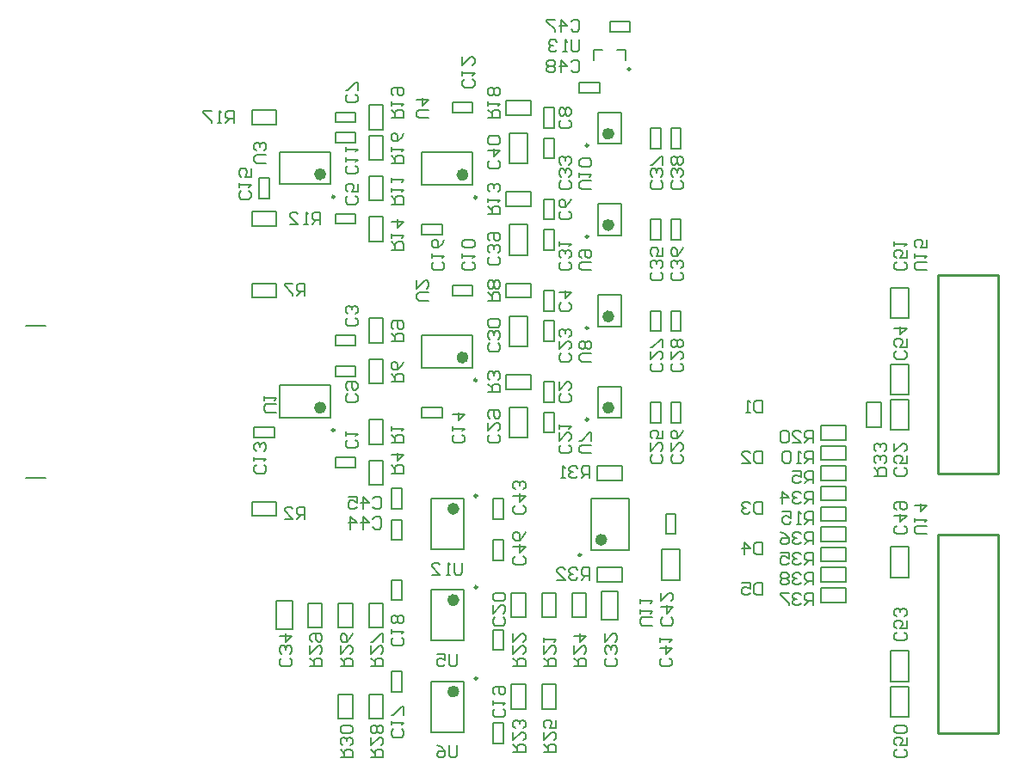
<source format=gbo>
G04*
G04 #@! TF.GenerationSoftware,Altium Limited,Altium Designer,19.0.10 (269)*
G04*
G04 Layer_Color=32896*
%FSLAX25Y25*%
%MOIN*%
G70*
G01*
G75*
%ADD11C,0.00787*%
%ADD13C,0.01000*%
%ADD54C,0.00984*%
%ADD56C,0.02362*%
D11*
X325984Y172047D02*
X335433D01*
X325984Y166535D02*
Y172047D01*
Y166535D02*
X335433D01*
Y172047D01*
X325984Y187795D02*
X335433D01*
X325984Y182283D02*
Y187795D01*
Y182283D02*
X335433D01*
Y187795D01*
X325984Y179921D02*
X335433D01*
X325984Y174409D02*
Y179921D01*
Y174409D02*
X335433D01*
Y179921D01*
X325984Y164173D02*
X335433D01*
X325984Y158661D02*
Y164173D01*
Y158661D02*
X335433D01*
Y164173D01*
X325984Y156299D02*
X335433D01*
X325984Y150787D02*
Y156299D01*
Y150787D02*
X335433D01*
Y156299D01*
X325984Y148425D02*
X335433D01*
X325984Y142913D02*
Y148425D01*
Y142913D02*
X335433D01*
Y148425D01*
X325984Y140551D02*
X335433D01*
X325984Y135039D02*
Y140551D01*
Y135039D02*
X335433D01*
Y140551D01*
X325984Y132677D02*
X335433D01*
X325984Y127165D02*
Y132677D01*
Y127165D02*
X335433D01*
Y132677D01*
X325984Y124803D02*
X335433D01*
X325984Y119291D02*
Y124803D01*
Y119291D02*
X335433D01*
Y124803D01*
X240945Y123622D02*
X247244D01*
Y112598D02*
Y123622D01*
X240945Y112598D02*
X247244D01*
X240945D02*
Y123622D01*
X114961Y119685D02*
X121260D01*
Y108661D02*
Y119685D01*
X114961Y108661D02*
X121260D01*
X114961D02*
Y119685D01*
X137795Y265984D02*
Y269921D01*
X145669D01*
Y265984D02*
Y269921D01*
X137795Y265984D02*
X145669D01*
X150787Y259291D02*
X156299D01*
X150787D02*
Y268740D01*
X156299D01*
Y259291D02*
Y268740D01*
X137795Y218740D02*
Y222677D01*
X145669D01*
Y218740D02*
Y222677D01*
X137795Y218740D02*
X145669D01*
X150787Y219921D02*
Y229370D01*
Y219921D02*
X156299D01*
Y229370D01*
X150787D02*
X156299D01*
X17717Y226378D02*
X25591D01*
X17717Y167323D02*
X25591D01*
X239567Y309252D02*
X248622D01*
X239567Y297047D02*
X248622D01*
Y309252D01*
X239567Y297047D02*
Y309252D01*
Y273819D02*
X248622D01*
X239567Y261614D02*
X248622D01*
Y273819D01*
X239567Y261614D02*
Y273819D01*
X239567Y238386D02*
X248622D01*
X239567Y226181D02*
X248622D01*
Y238386D01*
X239567Y226181D02*
Y238386D01*
Y202953D02*
X248622D01*
X239567Y190748D02*
X248622D01*
Y202953D01*
X239567Y190748D02*
Y202953D01*
X236811Y139567D02*
Y159646D01*
X251378Y139567D02*
Y159646D01*
X236811Y139567D02*
X251378D01*
X236811Y159646D02*
X251378D01*
X171260Y210236D02*
Y222835D01*
X190945Y210236D02*
Y222835D01*
X171260D02*
X190945D01*
X171260Y210236D02*
X190945D01*
X116142Y190787D02*
Y203386D01*
X135827Y190787D02*
Y203386D01*
X116142D02*
X135827D01*
X116142Y190787D02*
X135827D01*
X174803Y139764D02*
X187401D01*
X174803Y159449D02*
X187401D01*
X174803Y139764D02*
Y159449D01*
X187401Y139764D02*
Y159449D01*
X171260Y281102D02*
Y293701D01*
X190945Y281102D02*
Y293701D01*
X171260D02*
X190945D01*
X171260Y281102D02*
X190945D01*
X116142Y281339D02*
Y293937D01*
X135827Y281339D02*
Y293937D01*
X116142D02*
X135827D01*
X116142Y281339D02*
X135827D01*
X174803Y68898D02*
X187402D01*
X174803Y88583D02*
X187402D01*
X174803Y68898D02*
Y88583D01*
X187402Y68898D02*
Y88583D01*
X174803Y104331D02*
X187402D01*
X174803Y124016D02*
X187402D01*
X174803Y104331D02*
Y124016D01*
X187402Y104331D02*
Y124016D01*
X250197Y329528D02*
Y333465D01*
X246949D02*
X250197D01*
X237992Y329528D02*
Y333465D01*
X241240D01*
X150787Y164803D02*
X156299D01*
X150787D02*
Y174252D01*
X156299D01*
Y164803D02*
Y174252D01*
X343701Y187205D02*
X349213D01*
X343701D02*
Y196653D01*
X349213D01*
Y187205D02*
Y196653D01*
X359842Y229331D02*
Y241142D01*
X352756Y229331D02*
Y241142D01*
Y229331D02*
X359842D01*
X352756Y241142D02*
X359842D01*
X352756Y186024D02*
Y197835D01*
X359842Y186024D02*
Y197835D01*
X352756D02*
X359842D01*
X352756Y186024D02*
X359842D01*
X359842Y199803D02*
Y211614D01*
X352756Y199803D02*
Y211614D01*
Y199803D02*
X359842D01*
X352756Y211614D02*
X359842D01*
X150787Y300236D02*
X156299D01*
Y290787D02*
Y300236D01*
X150787Y290787D02*
X156299D01*
X150787D02*
Y300236D01*
X150787Y180551D02*
X156299D01*
X150787D02*
Y190000D01*
X156299D01*
Y180551D02*
Y190000D01*
X244094Y340551D02*
X251969D01*
Y344488D01*
X244094D02*
X251969D01*
X244094Y340551D02*
Y344488D01*
X359842Y88583D02*
Y100394D01*
X352756Y88583D02*
Y100394D01*
Y88583D02*
X359842D01*
X352756Y100394D02*
X359842D01*
X359842Y128937D02*
Y140748D01*
X352756Y128937D02*
Y140748D01*
Y128937D02*
X359842D01*
X352756Y140748D02*
X359842D01*
X352756Y74803D02*
Y86614D01*
X359842Y74803D02*
Y86614D01*
X352756D02*
X359842D01*
X352756Y74803D02*
X359842D01*
X150787Y204173D02*
Y213622D01*
Y204173D02*
X156299D01*
Y213622D01*
X150787D02*
X156299D01*
X271260Y127953D02*
Y139764D01*
X264173Y127953D02*
Y139764D01*
Y127953D02*
X271260D01*
X264173Y139764D02*
X271260D01*
X156299Y275039D02*
Y284488D01*
X150787D02*
X156299D01*
X150787Y275039D02*
Y284488D01*
Y275039D02*
X156299D01*
X106299Y187244D02*
X114173D01*
X106299Y183307D02*
Y187244D01*
Y183307D02*
X114173D01*
Y187244D01*
X150787Y302598D02*
Y312047D01*
Y302598D02*
X156299D01*
Y312047D01*
X150787D02*
X156299D01*
X137795Y171496D02*
X145669D01*
Y175433D01*
X137795D02*
X145669D01*
X137795Y171496D02*
Y175433D01*
Y305354D02*
X145669D01*
Y309291D01*
X137795D02*
X145669D01*
X137795Y305354D02*
Y309291D01*
X112205Y275827D02*
Y283701D01*
X108268D02*
X112205D01*
X108268Y275827D02*
Y283701D01*
Y275827D02*
X112205D01*
X105512Y158268D02*
X114961D01*
X105512Y152756D02*
Y158268D01*
Y152756D02*
X114961D01*
Y158268D01*
X105512Y242913D02*
X114961D01*
X105512Y237402D02*
Y242913D01*
Y237402D02*
X114961D01*
Y242913D01*
X105512Y270709D02*
X114961D01*
X105512Y265197D02*
Y270709D01*
Y265197D02*
X114961D01*
Y270709D01*
X105512Y310079D02*
X114961D01*
X105512Y304567D02*
Y310079D01*
Y304567D02*
X114961D01*
Y310079D01*
X137795Y206929D02*
X145669D01*
Y210866D01*
X137795D02*
X145669D01*
X137795Y206929D02*
Y210866D01*
Y297480D02*
X145669D01*
Y301417D01*
X137795D02*
X145669D01*
X137795Y297480D02*
Y301417D01*
X163386Y84646D02*
Y92520D01*
X159449D02*
X163386D01*
X159449Y84646D02*
Y92520D01*
Y84646D02*
X163386D01*
X218504Y185039D02*
Y192913D01*
Y185039D02*
X222441D01*
Y192913D01*
X218504D02*
X222441D01*
X218504Y267717D02*
Y275591D01*
Y267717D02*
X222441D01*
Y275591D01*
X218504D02*
X222441D01*
X202756Y151575D02*
Y159449D01*
X198819D02*
X202756D01*
X198819Y151575D02*
Y159449D01*
Y151575D02*
X202756D01*
X127165Y109449D02*
Y118898D01*
Y109449D02*
X132677D01*
Y118898D01*
X127165D02*
X132677D01*
X144488Y109449D02*
Y118898D01*
X138976D02*
X144488D01*
X138976Y109449D02*
Y118898D01*
Y109449D02*
X144488D01*
X138976Y74016D02*
Y83465D01*
Y74016D02*
X144488D01*
Y83465D01*
X138976D02*
X144488D01*
X212205Y183071D02*
Y194882D01*
X205118Y183071D02*
Y194882D01*
Y183071D02*
X212205D01*
X205118Y194882D02*
X212205D01*
X212205Y218504D02*
Y230315D01*
X205118Y218504D02*
Y230315D01*
Y218504D02*
X212205D01*
X205118Y230315D02*
X212205D01*
Y253937D02*
Y265748D01*
X205118Y253937D02*
Y265748D01*
Y253937D02*
X212205D01*
X205118Y265748D02*
X212205D01*
Y289370D02*
Y301181D01*
X205118Y289370D02*
Y301181D01*
Y289370D02*
X212205D01*
X205118Y301181D02*
X212205D01*
X239370Y166535D02*
X248819D01*
Y172047D01*
X239370D02*
X248819D01*
X239370Y166535D02*
Y172047D01*
X163386Y155512D02*
Y163386D01*
X159449D02*
X163386D01*
X159449Y155512D02*
Y163386D01*
Y155512D02*
X163386D01*
X156299Y109449D02*
Y118898D01*
X150787D02*
X156299D01*
X150787Y109449D02*
Y118898D01*
Y109449D02*
X156299D01*
X163386Y120079D02*
Y127953D01*
X159449D02*
X163386D01*
X159449Y120079D02*
Y127953D01*
Y120079D02*
X163386D01*
X156299Y74016D02*
Y83465D01*
X150787D02*
X156299D01*
X150787Y74016D02*
Y83465D01*
Y74016D02*
X156299D01*
X203937Y201969D02*
X213386D01*
Y207480D01*
X203937D02*
X213386D01*
X203937Y201969D02*
Y207480D01*
X218504Y196850D02*
Y204724D01*
Y196850D02*
X222441D01*
Y204724D01*
X218504D02*
X222441D01*
X218504Y232283D02*
Y240158D01*
Y232283D02*
X222441D01*
Y240158D01*
X218504D02*
X222441D01*
X203937Y237402D02*
X213386D01*
Y242913D01*
X203937D02*
X213386D01*
X203937Y237402D02*
Y242913D01*
X218504Y255906D02*
Y263779D01*
Y255906D02*
X222441D01*
Y263779D01*
X218504D02*
X222441D01*
X218504Y303150D02*
Y311024D01*
Y303150D02*
X222441D01*
Y311024D01*
X218504D02*
X222441D01*
X218504Y220472D02*
Y228346D01*
Y220472D02*
X222441D01*
Y228346D01*
X218504D02*
X222441D01*
X203937Y272835D02*
X213386D01*
Y278346D01*
X203937D02*
X213386D01*
X203937Y272835D02*
Y278346D01*
X218504Y291339D02*
Y299213D01*
Y291339D02*
X222441D01*
Y299213D01*
X218504D02*
X222441D01*
X183071Y242126D02*
X190945D01*
X183071Y238189D02*
Y242126D01*
Y238189D02*
X190945D01*
Y242126D01*
X163386Y143347D02*
Y151221D01*
X159449D02*
X163386D01*
X159449Y143347D02*
Y151221D01*
Y143347D02*
X163386D01*
X211417Y113386D02*
Y122835D01*
X205906D02*
X211417D01*
X205906Y113386D02*
Y122835D01*
Y113386D02*
X211417D01*
Y77953D02*
Y87402D01*
X205906D02*
X211417D01*
X205906Y77953D02*
Y87402D01*
Y77953D02*
X211417D01*
X223228Y113386D02*
Y122835D01*
X217717D02*
X223228D01*
X217717Y113386D02*
Y122835D01*
Y113386D02*
X223228D01*
X217717Y77953D02*
Y87402D01*
Y77953D02*
X223228D01*
Y87402D01*
X217717D02*
X223228D01*
X171260Y261811D02*
X179134D01*
Y265748D01*
X171260D02*
X179134D01*
X171260Y261811D02*
Y265748D01*
X229528Y113386D02*
Y122835D01*
Y113386D02*
X235039D01*
Y122835D01*
X229528D02*
X235039D01*
X267717Y188976D02*
Y196850D01*
Y188976D02*
X271654D01*
Y196850D01*
X267717D02*
X271654D01*
X267717Y224410D02*
Y232283D01*
Y224410D02*
X271654D01*
Y232283D01*
X267717D02*
X271654D01*
X267717Y259842D02*
Y267717D01*
Y259842D02*
X271654D01*
Y267717D01*
X267717D02*
X271654D01*
X267717Y295276D02*
Y303150D01*
Y295276D02*
X271654D01*
Y303150D01*
X267717D02*
X271654D01*
X259842Y188976D02*
Y196850D01*
Y188976D02*
X263779D01*
Y196850D01*
X259842D02*
X263779D01*
X259842Y224410D02*
Y232283D01*
Y224410D02*
X263779D01*
Y232283D01*
X259842D02*
X263779D01*
X259842Y259842D02*
Y267717D01*
Y259842D02*
X263779D01*
Y267717D01*
X259842D02*
X263779D01*
X259842Y295276D02*
Y303150D01*
Y295276D02*
X263779D01*
Y303150D01*
X259842D02*
X263779D01*
X232283Y320866D02*
X240158D01*
X232283Y316929D02*
Y320866D01*
Y316929D02*
X240158D01*
Y320866D01*
X239370Y127165D02*
X248819D01*
Y132677D01*
X239370D02*
X248819D01*
X239370Y127165D02*
Y132677D01*
X269685Y145669D02*
Y153543D01*
X265748D02*
X269685D01*
X265748Y145669D02*
Y153543D01*
Y145669D02*
X269685D01*
X203937Y308268D02*
X213386D01*
Y313779D01*
X203937D02*
X213386D01*
X203937Y308268D02*
Y313779D01*
X183071Y312992D02*
X190945D01*
X183071Y309055D02*
Y312992D01*
Y309055D02*
X190945D01*
Y312992D01*
X198819Y135472D02*
Y143347D01*
Y135472D02*
X202756D01*
Y143347D01*
X198819D02*
X202756D01*
X198819Y100748D02*
Y108622D01*
Y100748D02*
X202756D01*
Y108622D01*
X198819D02*
X202756D01*
X198819Y64606D02*
Y72480D01*
Y64606D02*
X202756D01*
Y72480D01*
X198819D02*
X202756D01*
X171260Y190945D02*
X179134D01*
Y194882D01*
X171260D02*
X179134D01*
X171260Y190945D02*
Y194882D01*
X322835Y125984D02*
Y130707D01*
X320473D01*
X319686Y129920D01*
Y128346D01*
X320473Y127559D01*
X322835D01*
X321260D02*
X319686Y125984D01*
X318112Y129920D02*
X317325Y130707D01*
X315750D01*
X314963Y129920D01*
Y129133D01*
X315750Y128346D01*
X316537D01*
X315750D01*
X314963Y127559D01*
Y126771D01*
X315750Y125984D01*
X317325D01*
X318112Y126771D01*
X313389Y129920D02*
X312602Y130707D01*
X311027D01*
X310240Y129920D01*
Y129133D01*
X311027Y128346D01*
X310240Y127559D01*
Y126771D01*
X311027Y125984D01*
X312602D01*
X313389Y126771D01*
Y127559D01*
X312602Y128346D01*
X313389Y129133D01*
Y129920D01*
X312602Y128346D02*
X311027D01*
X322835Y118110D02*
Y122833D01*
X320473D01*
X319686Y122046D01*
Y120472D01*
X320473Y119685D01*
X322835D01*
X321260D02*
X319686Y118110D01*
X318112Y122046D02*
X317325Y122833D01*
X315750D01*
X314963Y122046D01*
Y121259D01*
X315750Y120472D01*
X316537D01*
X315750D01*
X314963Y119685D01*
Y118897D01*
X315750Y118110D01*
X317325D01*
X318112Y118897D01*
X313389Y122833D02*
X310240D01*
Y122046D01*
X313389Y118897D01*
Y118110D01*
X322835Y141732D02*
Y146455D01*
X320473D01*
X319686Y145668D01*
Y144094D01*
X320473Y143307D01*
X322835D01*
X321260D02*
X319686Y141732D01*
X318112Y145668D02*
X317325Y146455D01*
X315750D01*
X314963Y145668D01*
Y144881D01*
X315750Y144094D01*
X316537D01*
X315750D01*
X314963Y143307D01*
Y142519D01*
X315750Y141732D01*
X317325D01*
X318112Y142519D01*
X310240Y146455D02*
X311815Y145668D01*
X313389Y144094D01*
Y142519D01*
X312602Y141732D01*
X311027D01*
X310240Y142519D01*
Y143307D01*
X311027Y144094D01*
X313389D01*
X322835Y133858D02*
Y138581D01*
X320473D01*
X319686Y137794D01*
Y136220D01*
X320473Y135433D01*
X322835D01*
X321260D02*
X319686Y133858D01*
X318112Y137794D02*
X317325Y138581D01*
X315750D01*
X314963Y137794D01*
Y137007D01*
X315750Y136220D01*
X316537D01*
X315750D01*
X314963Y135433D01*
Y134645D01*
X315750Y133858D01*
X317325D01*
X318112Y134645D01*
X310240Y138581D02*
X313389D01*
Y136220D01*
X311815Y137007D01*
X311027D01*
X310240Y136220D01*
Y134645D01*
X311027Y133858D01*
X312602D01*
X313389Y134645D01*
X322835Y157480D02*
Y162203D01*
X320473D01*
X319686Y161416D01*
Y159842D01*
X320473Y159055D01*
X322835D01*
X321260D02*
X319686Y157480D01*
X318112Y161416D02*
X317325Y162203D01*
X315750D01*
X314963Y161416D01*
Y160629D01*
X315750Y159842D01*
X316537D01*
X315750D01*
X314963Y159055D01*
Y158267D01*
X315750Y157480D01*
X317325D01*
X318112Y158267D01*
X311027Y157480D02*
Y162203D01*
X313389Y159842D01*
X310240D01*
X322835Y181102D02*
Y185825D01*
X320473D01*
X319686Y185038D01*
Y183464D01*
X320473Y182677D01*
X322835D01*
X321260D02*
X319686Y181102D01*
X314963D02*
X318112D01*
X314963Y184251D01*
Y185038D01*
X315750Y185825D01*
X317325D01*
X318112Y185038D01*
X313389D02*
X312602Y185825D01*
X311027D01*
X310240Y185038D01*
Y181889D01*
X311027Y181102D01*
X312602D01*
X313389Y181889D01*
Y185038D01*
X322835Y149606D02*
Y154329D01*
X320473D01*
X319686Y153542D01*
Y151968D01*
X320473Y151181D01*
X322835D01*
X321260D02*
X319686Y149606D01*
X318112D02*
X316537D01*
X317325D01*
Y154329D01*
X318112Y153542D01*
X311027Y154329D02*
X314176D01*
Y151968D01*
X312602Y152755D01*
X311815D01*
X311027Y151968D01*
Y150393D01*
X311815Y149606D01*
X313389D01*
X314176Y150393D01*
X322835Y173228D02*
Y177951D01*
X320473D01*
X319686Y177164D01*
Y175590D01*
X320473Y174803D01*
X322835D01*
X321260D02*
X319686Y173228D01*
X318112D02*
X316537D01*
X317325D01*
Y177951D01*
X318112Y177164D01*
X314176D02*
X313389Y177951D01*
X311815D01*
X311027Y177164D01*
Y174015D01*
X311815Y173228D01*
X313389D01*
X314176Y174015D01*
Y177164D01*
X322835Y165354D02*
Y170077D01*
X320473D01*
X319686Y169290D01*
Y167716D01*
X320473Y166929D01*
X322835D01*
X321260D02*
X319686Y165354D01*
X314963Y170077D02*
X318112D01*
Y167716D01*
X316537Y168503D01*
X315750D01*
X314963Y167716D01*
Y166141D01*
X315750Y165354D01*
X317325D01*
X318112Y166141D01*
X303150Y126770D02*
Y122047D01*
X300788D01*
X300001Y122834D01*
Y125983D01*
X300788Y126770D01*
X303150D01*
X295278D02*
X298427D01*
Y124409D01*
X296852Y125196D01*
X296065D01*
X295278Y124409D01*
Y122834D01*
X296065Y122047D01*
X297640D01*
X298427Y122834D01*
X303150Y142518D02*
Y137795D01*
X300788D01*
X300001Y138582D01*
Y141731D01*
X300788Y142518D01*
X303150D01*
X296065Y137795D02*
Y142518D01*
X298427Y140157D01*
X295278D01*
X303150Y158266D02*
Y153543D01*
X300788D01*
X300001Y154331D01*
Y157479D01*
X300788Y158266D01*
X303150D01*
X298427Y157479D02*
X297640Y158266D01*
X296065D01*
X295278Y157479D01*
Y156692D01*
X296065Y155905D01*
X296852D01*
X296065D01*
X295278Y155118D01*
Y154331D01*
X296065Y153543D01*
X297640D01*
X298427Y154331D01*
X303150Y197636D02*
Y192913D01*
X300788D01*
X300001Y193701D01*
Y196849D01*
X300788Y197636D01*
X303150D01*
X298427Y192913D02*
X296852D01*
X297640D01*
Y197636D01*
X298427Y196849D01*
X303150Y177951D02*
Y173228D01*
X300788D01*
X300001Y174015D01*
Y177164D01*
X300788Y177951D01*
X303150D01*
X295278Y173228D02*
X298427D01*
X295278Y176377D01*
Y177164D01*
X296065Y177951D01*
X297640D01*
X298427Y177164D01*
X120078Y97637D02*
X120865Y96850D01*
Y95275D01*
X120078Y94488D01*
X116929D01*
X116142Y95275D01*
Y96850D01*
X116929Y97637D01*
X120078Y99211D02*
X120865Y99998D01*
Y101573D01*
X120078Y102360D01*
X119290D01*
X118503Y101573D01*
Y100785D01*
Y101573D01*
X117716Y102360D01*
X116929D01*
X116142Y101573D01*
Y99998D01*
X116929Y99211D01*
X116142Y106295D02*
X120865D01*
X118503Y103934D01*
Y107082D01*
X246062Y97637D02*
X246849Y96850D01*
Y95275D01*
X246062Y94488D01*
X242913D01*
X242126Y95275D01*
Y96850D01*
X242913Y97637D01*
X246062Y99211D02*
X246849Y99998D01*
Y101573D01*
X246062Y102360D01*
X245275D01*
X244487Y101573D01*
Y100785D01*
Y101573D01*
X243700Y102360D01*
X242913D01*
X242126Y101573D01*
Y99998D01*
X242913Y99211D01*
X242126Y107082D02*
Y103934D01*
X245275Y107082D01*
X246062D01*
X246849Y106295D01*
Y104721D01*
X246062Y103934D01*
X366928Y145669D02*
X362992D01*
X362205Y146456D01*
Y148031D01*
X362992Y148818D01*
X366928D01*
X362205Y150392D02*
Y151967D01*
Y151179D01*
X366928D01*
X366141Y150392D01*
X362205Y156689D02*
X366928D01*
X364566Y154328D01*
Y157476D01*
X366928Y248031D02*
X362992D01*
X362205Y248819D01*
Y250393D01*
X362992Y251180D01*
X366928D01*
X362205Y252754D02*
Y254329D01*
Y253541D01*
X366928D01*
X366141Y252754D01*
X366928Y259839D02*
Y256690D01*
X364566D01*
X365353Y258264D01*
Y259052D01*
X364566Y259839D01*
X362992D01*
X362205Y259052D01*
Y257477D01*
X362992Y256690D01*
X358266Y216731D02*
X359054Y215944D01*
Y214370D01*
X358266Y213583D01*
X355118D01*
X354331Y214370D01*
Y215944D01*
X355118Y216731D01*
X359054Y221454D02*
Y218305D01*
X356692D01*
X357479Y219880D01*
Y220667D01*
X356692Y221454D01*
X355118D01*
X354331Y220667D01*
Y219093D01*
X355118Y218305D01*
X354331Y225390D02*
X359054D01*
X356692Y223028D01*
Y226177D01*
X358266Y171456D02*
X359054Y170668D01*
Y169094D01*
X358266Y168307D01*
X355118D01*
X354331Y169094D01*
Y170668D01*
X355118Y171456D01*
X359054Y176179D02*
Y173030D01*
X356692D01*
X357479Y174604D01*
Y175391D01*
X356692Y176179D01*
X355118D01*
X354331Y175391D01*
Y173817D01*
X355118Y173030D01*
X354331Y180901D02*
Y177753D01*
X357479Y180901D01*
X358266D01*
X359054Y180114D01*
Y178540D01*
X358266Y177753D01*
Y251180D02*
X359054Y250393D01*
Y248819D01*
X358266Y248031D01*
X355118D01*
X354331Y248819D01*
Y250393D01*
X355118Y251180D01*
X359054Y255903D02*
Y252754D01*
X356692D01*
X357479Y254329D01*
Y255116D01*
X356692Y255903D01*
X355118D01*
X354331Y255116D01*
Y253541D01*
X355118Y252754D01*
X354331Y257477D02*
Y259051D01*
Y258264D01*
X359054D01*
X358266Y257477D01*
X145668Y182282D02*
X146455Y181495D01*
Y179921D01*
X145668Y179134D01*
X142519D01*
X141732Y179921D01*
Y181495D01*
X142519Y182282D01*
X141732Y183857D02*
Y185431D01*
Y184644D01*
X146455D01*
X145668Y183857D01*
X228345Y199999D02*
X229132Y199212D01*
Y197637D01*
X228345Y196850D01*
X225197D01*
X224410Y197637D01*
Y199212D01*
X225197Y199999D01*
X224410Y204722D02*
Y201573D01*
X227558Y204722D01*
X228345D01*
X229132Y203935D01*
Y202360D01*
X228345Y201573D01*
X145668Y229526D02*
X146455Y228739D01*
Y227165D01*
X145668Y226378D01*
X142519D01*
X141732Y227165D01*
Y228739D01*
X142519Y229526D01*
X145668Y231101D02*
X146455Y231888D01*
Y233462D01*
X145668Y234249D01*
X144881D01*
X144094Y233462D01*
Y232675D01*
Y233462D01*
X143307Y234249D01*
X142519D01*
X141732Y233462D01*
Y231888D01*
X142519Y231101D01*
X228345Y235432D02*
X229132Y234645D01*
Y233071D01*
X228345Y232283D01*
X225197D01*
X224410Y233071D01*
Y234645D01*
X225197Y235432D01*
X224410Y239368D02*
X229132D01*
X226771Y237006D01*
Y240155D01*
X145668Y276771D02*
X146455Y275984D01*
Y274409D01*
X145668Y273622D01*
X142519D01*
X141732Y274409D01*
Y275984D01*
X142519Y276771D01*
X146455Y281493D02*
Y278345D01*
X144094D01*
X144881Y279919D01*
Y280706D01*
X144094Y281493D01*
X142519D01*
X141732Y280706D01*
Y279132D01*
X142519Y278345D01*
X228345Y270865D02*
X229132Y270078D01*
Y268504D01*
X228345Y267717D01*
X225197D01*
X224410Y268504D01*
Y270078D01*
X225197Y270865D01*
X229132Y275588D02*
X228345Y274014D01*
X226771Y272439D01*
X225197D01*
X224410Y273227D01*
Y274801D01*
X225197Y275588D01*
X225984D01*
X226771Y274801D01*
Y272439D01*
X145668Y316141D02*
X146455Y315354D01*
Y313779D01*
X145668Y312992D01*
X142519D01*
X141732Y313779D01*
Y315354D01*
X142519Y316141D01*
X146455Y317715D02*
Y320864D01*
X145668D01*
X142519Y317715D01*
X141732D01*
X228345Y306298D02*
X229132Y305511D01*
Y303937D01*
X228345Y303150D01*
X225197D01*
X224410Y303937D01*
Y305511D01*
X225197Y306298D01*
X228345Y307873D02*
X229132Y308660D01*
Y310234D01*
X228345Y311021D01*
X227558D01*
X226771Y310234D01*
X225984Y311021D01*
X225197D01*
X224410Y310234D01*
Y308660D01*
X225197Y307873D01*
X225984D01*
X226771Y308660D01*
X227558Y307873D01*
X228345D01*
X226771Y308660D02*
Y310234D01*
X145668Y199999D02*
X146455Y199212D01*
Y197637D01*
X145668Y196850D01*
X142519D01*
X141732Y197637D01*
Y199212D01*
X142519Y199999D01*
Y201573D02*
X141732Y202360D01*
Y203935D01*
X142519Y204722D01*
X145668D01*
X146455Y203935D01*
Y202360D01*
X145668Y201573D01*
X144881D01*
X144094Y202360D01*
Y204722D01*
X190944Y251180D02*
X191731Y250393D01*
Y248819D01*
X190944Y248031D01*
X187795D01*
X187008Y248819D01*
Y250393D01*
X187795Y251180D01*
X187008Y252754D02*
Y254329D01*
Y253541D01*
X191731D01*
X190944Y252754D01*
Y256690D02*
X191731Y257477D01*
Y259051D01*
X190944Y259839D01*
X187795D01*
X187008Y259051D01*
Y257477D01*
X187795Y256690D01*
X190944D01*
X145668Y288582D02*
X146455Y287794D01*
Y286220D01*
X145668Y285433D01*
X142519D01*
X141732Y286220D01*
Y287794D01*
X142519Y288582D01*
X141732Y290156D02*
Y291730D01*
Y290943D01*
X146455D01*
X145668Y290156D01*
X141732Y294092D02*
Y295666D01*
Y294879D01*
X146455D01*
X145668Y294092D01*
X190944Y322046D02*
X191731Y321259D01*
Y319685D01*
X190944Y318898D01*
X187795D01*
X187008Y319685D01*
Y321259D01*
X187795Y322046D01*
X187008Y323621D02*
Y325195D01*
Y324408D01*
X191731D01*
X190944Y323621D01*
X187008Y330705D02*
Y327556D01*
X190156Y330705D01*
X190944D01*
X191731Y329918D01*
Y328343D01*
X190944Y327556D01*
X110235Y172440D02*
X111022Y171653D01*
Y170079D01*
X110235Y169291D01*
X107086D01*
X106299Y170079D01*
Y171653D01*
X107086Y172440D01*
X106299Y174014D02*
Y175589D01*
Y174801D01*
X111022D01*
X110235Y174014D01*
Y177950D02*
X111022Y178737D01*
Y180311D01*
X110235Y181099D01*
X109448D01*
X108661Y180311D01*
Y179524D01*
Y180311D01*
X107873Y181099D01*
X107086D01*
X106299Y180311D01*
Y178737D01*
X107086Y177950D01*
X187007Y184251D02*
X187794Y183464D01*
Y181889D01*
X187007Y181102D01*
X183858D01*
X183071Y181889D01*
Y183464D01*
X183858Y184251D01*
X183071Y185825D02*
Y187399D01*
Y186612D01*
X187794D01*
X187007Y185825D01*
X183071Y192122D02*
X187794D01*
X185432Y189761D01*
Y192910D01*
X104329Y278739D02*
X105117Y277952D01*
Y276378D01*
X104329Y275590D01*
X101181D01*
X100394Y276378D01*
Y277952D01*
X101181Y278739D01*
X100394Y280313D02*
Y281888D01*
Y281101D01*
X105117D01*
X104329Y280313D01*
X105117Y287398D02*
Y284249D01*
X102755D01*
X103542Y285823D01*
Y286611D01*
X102755Y287398D01*
X101181D01*
X100394Y286611D01*
Y285036D01*
X101181Y284249D01*
X179133Y251180D02*
X179920Y250393D01*
Y248819D01*
X179133Y248031D01*
X175984D01*
X175197Y248819D01*
Y250393D01*
X175984Y251180D01*
X175197Y252754D02*
Y254329D01*
Y253541D01*
X179920D01*
X179133Y252754D01*
X179920Y259839D02*
X179133Y258264D01*
X177558Y256690D01*
X175984D01*
X175197Y257477D01*
Y259052D01*
X175984Y259839D01*
X176771D01*
X177558Y259052D01*
Y256690D01*
X163385Y70078D02*
X164172Y69291D01*
Y67716D01*
X163385Y66929D01*
X160236D01*
X159449Y67716D01*
Y69291D01*
X160236Y70078D01*
X159449Y71652D02*
Y73226D01*
Y72439D01*
X164172D01*
X163385Y71652D01*
X164172Y75588D02*
Y78736D01*
X163385D01*
X160236Y75588D01*
X159449D01*
X163385Y105511D02*
X164172Y104724D01*
Y103149D01*
X163385Y102362D01*
X160236D01*
X159449Y103149D01*
Y104724D01*
X160236Y105511D01*
X159449Y107085D02*
Y108659D01*
Y107872D01*
X164172D01*
X163385Y107085D01*
Y111021D02*
X164172Y111808D01*
Y113382D01*
X163385Y114169D01*
X162597D01*
X161810Y113382D01*
X161023Y114169D01*
X160236D01*
X159449Y113382D01*
Y111808D01*
X160236Y111021D01*
X161023D01*
X161810Y111808D01*
X162597Y111021D01*
X163385D01*
X161810Y111808D02*
Y113382D01*
X202755Y77952D02*
X203542Y77165D01*
Y75590D01*
X202755Y74803D01*
X199606D01*
X198819Y75590D01*
Y77165D01*
X199606Y77952D01*
X198819Y79526D02*
Y81100D01*
Y80313D01*
X203542D01*
X202755Y79526D01*
X199606Y83462D02*
X198819Y84249D01*
Y85823D01*
X199606Y86610D01*
X202755D01*
X203542Y85823D01*
Y84249D01*
X202755Y83462D01*
X201968D01*
X201180Y84249D01*
Y86610D01*
X202755Y113385D02*
X203542Y112598D01*
Y111023D01*
X202755Y110236D01*
X199606D01*
X198819Y111023D01*
Y112598D01*
X199606Y113385D01*
X198819Y118108D02*
Y114959D01*
X201968Y118108D01*
X202755D01*
X203542Y117321D01*
Y115746D01*
X202755Y114959D01*
Y119682D02*
X203542Y120469D01*
Y122043D01*
X202755Y122831D01*
X199606D01*
X198819Y122043D01*
Y120469D01*
X199606Y119682D01*
X202755D01*
X228345Y180314D02*
X229132Y179527D01*
Y177953D01*
X228345Y177165D01*
X225197D01*
X224410Y177953D01*
Y179527D01*
X225197Y180314D01*
X224410Y185037D02*
Y181888D01*
X227558Y185037D01*
X228345D01*
X229132Y184250D01*
Y182675D01*
X228345Y181888D01*
X224410Y186611D02*
Y188185D01*
Y187398D01*
X229132D01*
X228345Y186611D01*
Y215747D02*
X229132Y214960D01*
Y213386D01*
X228345Y212598D01*
X225197D01*
X224410Y213386D01*
Y214960D01*
X225197Y215747D01*
X224410Y220470D02*
Y217321D01*
X227558Y220470D01*
X228345D01*
X229132Y219683D01*
Y218109D01*
X228345Y217321D01*
Y222044D02*
X229132Y222831D01*
Y224406D01*
X228345Y225193D01*
X227558D01*
X226771Y224406D01*
Y223619D01*
Y224406D01*
X225984Y225193D01*
X225197D01*
X224410Y224406D01*
Y222831D01*
X225197Y222044D01*
X263778Y176377D02*
X264565Y175590D01*
Y174015D01*
X263778Y173228D01*
X260630D01*
X259842Y174015D01*
Y175590D01*
X260630Y176377D01*
X259842Y181100D02*
Y177951D01*
X262991Y181100D01*
X263778D01*
X264565Y180313D01*
Y178738D01*
X263778Y177951D01*
X264565Y185823D02*
Y182674D01*
X262204D01*
X262991Y184248D01*
Y185036D01*
X262204Y185823D01*
X260630D01*
X259842Y185036D01*
Y183461D01*
X260630Y182674D01*
X271652Y176377D02*
X272439Y175590D01*
Y174015D01*
X271652Y173228D01*
X268504D01*
X267717Y174015D01*
Y175590D01*
X268504Y176377D01*
X267717Y181100D02*
Y177951D01*
X270865Y181100D01*
X271652D01*
X272439Y180313D01*
Y178738D01*
X271652Y177951D01*
X272439Y185823D02*
X271652Y184248D01*
X270078Y182674D01*
X268504D01*
X267717Y183461D01*
Y185036D01*
X268504Y185823D01*
X269291D01*
X270078Y185036D01*
Y182674D01*
X263778Y211810D02*
X264565Y211023D01*
Y209449D01*
X263778Y208661D01*
X260630D01*
X259842Y209449D01*
Y211023D01*
X260630Y211810D01*
X259842Y216533D02*
Y213384D01*
X262991Y216533D01*
X263778D01*
X264565Y215746D01*
Y214172D01*
X263778Y213384D01*
X264565Y218107D02*
Y221256D01*
X263778D01*
X260630Y218107D01*
X259842D01*
X271652Y211810D02*
X272439Y211023D01*
Y209449D01*
X271652Y208661D01*
X268504D01*
X267717Y209449D01*
Y211023D01*
X268504Y211810D01*
X267717Y216533D02*
Y213384D01*
X270865Y216533D01*
X271652D01*
X272439Y215746D01*
Y214172D01*
X271652Y213384D01*
Y218107D02*
X272439Y218894D01*
Y220469D01*
X271652Y221256D01*
X270865D01*
X270078Y220469D01*
X269291Y221256D01*
X268504D01*
X267717Y220469D01*
Y218894D01*
X268504Y218107D01*
X269291D01*
X270078Y218894D01*
X270865Y218107D01*
X271652D01*
X270078Y218894D02*
Y220469D01*
X200786Y184251D02*
X201573Y183464D01*
Y181889D01*
X200786Y181102D01*
X197638D01*
X196850Y181889D01*
Y183464D01*
X197638Y184251D01*
X196850Y188974D02*
Y185825D01*
X199999Y188974D01*
X200786D01*
X201573Y188187D01*
Y186612D01*
X200786Y185825D01*
X197638Y190548D02*
X196850Y191335D01*
Y192910D01*
X197638Y193697D01*
X200786D01*
X201573Y192910D01*
Y191335D01*
X200786Y190548D01*
X199999D01*
X199212Y191335D01*
Y193697D01*
X200786Y219684D02*
X201573Y218897D01*
Y217323D01*
X200786Y216535D01*
X197638D01*
X196850Y217323D01*
Y218897D01*
X197638Y219684D01*
X200786Y221258D02*
X201573Y222045D01*
Y223620D01*
X200786Y224407D01*
X199999D01*
X199212Y223620D01*
Y222833D01*
Y223620D01*
X198425Y224407D01*
X197638D01*
X196850Y223620D01*
Y222045D01*
X197638Y221258D01*
X200786Y225981D02*
X201573Y226768D01*
Y228343D01*
X200786Y229130D01*
X197638D01*
X196850Y228343D01*
Y226768D01*
X197638Y225981D01*
X200786D01*
X228345Y251180D02*
X229132Y250393D01*
Y248819D01*
X228345Y248031D01*
X225197D01*
X224410Y248819D01*
Y250393D01*
X225197Y251180D01*
X228345Y252754D02*
X229132Y253541D01*
Y255116D01*
X228345Y255903D01*
X227558D01*
X226771Y255116D01*
Y254329D01*
Y255116D01*
X225984Y255903D01*
X225197D01*
X224410Y255116D01*
Y253541D01*
X225197Y252754D01*
X224410Y257477D02*
Y259051D01*
Y258264D01*
X229132D01*
X228345Y257477D01*
Y282676D02*
X229132Y281889D01*
Y280315D01*
X228345Y279528D01*
X225197D01*
X224410Y280315D01*
Y281889D01*
X225197Y282676D01*
X228345Y284250D02*
X229132Y285038D01*
Y286612D01*
X228345Y287399D01*
X227558D01*
X226771Y286612D01*
Y285825D01*
Y286612D01*
X225984Y287399D01*
X225197D01*
X224410Y286612D01*
Y285038D01*
X225197Y284250D01*
X228345Y288973D02*
X229132Y289760D01*
Y291335D01*
X228345Y292122D01*
X227558D01*
X226771Y291335D01*
Y290548D01*
Y291335D01*
X225984Y292122D01*
X225197D01*
X224410Y291335D01*
Y289760D01*
X225197Y288973D01*
X263778Y247243D02*
X264565Y246456D01*
Y244882D01*
X263778Y244094D01*
X260630D01*
X259842Y244882D01*
Y246456D01*
X260630Y247243D01*
X263778Y248817D02*
X264565Y249605D01*
Y251179D01*
X263778Y251966D01*
X262991D01*
X262204Y251179D01*
Y250392D01*
Y251179D01*
X261417Y251966D01*
X260630D01*
X259842Y251179D01*
Y249605D01*
X260630Y248817D01*
X264565Y256689D02*
Y253540D01*
X262204D01*
X262991Y255115D01*
Y255902D01*
X262204Y256689D01*
X260630D01*
X259842Y255902D01*
Y254327D01*
X260630Y253540D01*
X271652Y247243D02*
X272439Y246456D01*
Y244882D01*
X271652Y244094D01*
X268504D01*
X267717Y244882D01*
Y246456D01*
X268504Y247243D01*
X271652Y248817D02*
X272439Y249605D01*
Y251179D01*
X271652Y251966D01*
X270865D01*
X270078Y251179D01*
Y250392D01*
Y251179D01*
X269291Y251966D01*
X268504D01*
X267717Y251179D01*
Y249605D01*
X268504Y248817D01*
X272439Y256689D02*
X271652Y255115D01*
X270078Y253540D01*
X268504D01*
X267717Y254327D01*
Y255902D01*
X268504Y256689D01*
X269291D01*
X270078Y255902D01*
Y253540D01*
X263778Y282676D02*
X264565Y281889D01*
Y280315D01*
X263778Y279528D01*
X260630D01*
X259842Y280315D01*
Y281889D01*
X260630Y282676D01*
X263778Y284250D02*
X264565Y285038D01*
Y286612D01*
X263778Y287399D01*
X262991D01*
X262204Y286612D01*
Y285825D01*
Y286612D01*
X261417Y287399D01*
X260630D01*
X259842Y286612D01*
Y285038D01*
X260630Y284250D01*
X264565Y288973D02*
Y292122D01*
X263778D01*
X260630Y288973D01*
X259842D01*
X271652Y282676D02*
X272439Y281889D01*
Y280315D01*
X271652Y279528D01*
X268504D01*
X267717Y280315D01*
Y281889D01*
X268504Y282676D01*
X271652Y284250D02*
X272439Y285038D01*
Y286612D01*
X271652Y287399D01*
X270865D01*
X270078Y286612D01*
Y285825D01*
Y286612D01*
X269291Y287399D01*
X268504D01*
X267717Y286612D01*
Y285038D01*
X268504Y284250D01*
X271652Y288973D02*
X272439Y289760D01*
Y291335D01*
X271652Y292122D01*
X270865D01*
X270078Y291335D01*
X269291Y292122D01*
X268504D01*
X267717Y291335D01*
Y289760D01*
X268504Y288973D01*
X269291D01*
X270078Y289760D01*
X270865Y288973D01*
X271652D01*
X270078Y289760D02*
Y291335D01*
X200786Y253149D02*
X201573Y252361D01*
Y250787D01*
X200786Y250000D01*
X197638D01*
X196850Y250787D01*
Y252361D01*
X197638Y253149D01*
X200786Y254723D02*
X201573Y255510D01*
Y257084D01*
X200786Y257872D01*
X199999D01*
X199212Y257084D01*
Y256297D01*
Y257084D01*
X198425Y257872D01*
X197638D01*
X196850Y257084D01*
Y255510D01*
X197638Y254723D01*
Y259446D02*
X196850Y260233D01*
Y261807D01*
X197638Y262594D01*
X200786D01*
X201573Y261807D01*
Y260233D01*
X200786Y259446D01*
X199999D01*
X199212Y260233D01*
Y262594D01*
X200786Y290550D02*
X201573Y289763D01*
Y288189D01*
X200786Y287402D01*
X197638D01*
X196850Y288189D01*
Y289763D01*
X197638Y290550D01*
X196850Y294486D02*
X201573D01*
X199212Y292124D01*
Y295273D01*
X200786Y296847D02*
X201573Y297635D01*
Y299209D01*
X200786Y299996D01*
X197638D01*
X196850Y299209D01*
Y297635D01*
X197638Y296847D01*
X200786D01*
X267322Y97637D02*
X268109Y96850D01*
Y95275D01*
X267322Y94488D01*
X264173D01*
X263386Y95275D01*
Y96850D01*
X264173Y97637D01*
X263386Y101573D02*
X268109D01*
X265747Y99211D01*
Y102360D01*
X263386Y103934D02*
Y105508D01*
Y104721D01*
X268109D01*
X267322Y103934D01*
X267715Y113385D02*
X268502Y112598D01*
Y111023D01*
X267715Y110236D01*
X264567D01*
X263779Y111023D01*
Y112598D01*
X264567Y113385D01*
X263779Y117321D02*
X268502D01*
X266141Y114959D01*
Y118108D01*
X263779Y122831D02*
Y119682D01*
X266928Y122831D01*
X267715D01*
X268502Y122043D01*
Y120469D01*
X267715Y119682D01*
X210629Y156692D02*
X211416Y155905D01*
Y154331D01*
X210629Y153543D01*
X207480D01*
X206693Y154331D01*
Y155905D01*
X207480Y156692D01*
X206693Y160628D02*
X211416D01*
X209054Y158266D01*
Y161415D01*
X210629Y162989D02*
X211416Y163776D01*
Y165350D01*
X210629Y166138D01*
X209841D01*
X209054Y165350D01*
Y164563D01*
Y165350D01*
X208267Y166138D01*
X207480D01*
X206693Y165350D01*
Y163776D01*
X207480Y162989D01*
X152363Y151574D02*
X153150Y152361D01*
X154725D01*
X155512Y151574D01*
Y148425D01*
X154725Y147638D01*
X153150D01*
X152363Y148425D01*
X148427Y147638D02*
Y152361D01*
X150789Y149999D01*
X147640D01*
X143705Y147638D02*
Y152361D01*
X146066Y149999D01*
X142918D01*
X152363Y159448D02*
X153150Y160235D01*
X154725D01*
X155512Y159448D01*
Y156299D01*
X154725Y155512D01*
X153150D01*
X152363Y156299D01*
X148427Y155512D02*
Y160235D01*
X150789Y157873D01*
X147640D01*
X142918Y160235D02*
X146066D01*
Y157873D01*
X144492Y158660D01*
X143705D01*
X142918Y157873D01*
Y156299D01*
X143705Y155512D01*
X145279D01*
X146066Y156299D01*
X210629Y137007D02*
X211416Y136220D01*
Y134645D01*
X210629Y133858D01*
X207480D01*
X206693Y134645D01*
Y136220D01*
X207480Y137007D01*
X206693Y140943D02*
X211416D01*
X209054Y138581D01*
Y141730D01*
X211416Y146453D02*
X210629Y144878D01*
X209054Y143304D01*
X207480D01*
X206693Y144091D01*
Y145666D01*
X207480Y146453D01*
X208267D01*
X209054Y145666D01*
Y143304D01*
X358266Y148818D02*
X359054Y148031D01*
Y146456D01*
X358266Y145669D01*
X355118D01*
X354331Y146456D01*
Y148031D01*
X355118Y148818D01*
X354331Y152754D02*
X359054D01*
X356692Y150392D01*
Y153541D01*
X355118Y155115D02*
X354331Y155902D01*
Y157476D01*
X355118Y158264D01*
X358266D01*
X359054Y157476D01*
Y155902D01*
X358266Y155115D01*
X357479D01*
X356692Y155902D01*
Y158264D01*
X358266Y62204D02*
X359054Y61417D01*
Y59842D01*
X358266Y59055D01*
X355118D01*
X354331Y59842D01*
Y61417D01*
X355118Y62204D01*
X359054Y66927D02*
Y63778D01*
X356692D01*
X357479Y65352D01*
Y66139D01*
X356692Y66927D01*
X355118D01*
X354331Y66139D01*
Y64565D01*
X355118Y63778D01*
X358266Y68501D02*
X359054Y69288D01*
Y70862D01*
X358266Y71649D01*
X355118D01*
X354331Y70862D01*
Y69288D01*
X355118Y68501D01*
X358266D01*
Y107479D02*
X359054Y106692D01*
Y105118D01*
X358266Y104331D01*
X355118D01*
X354331Y105118D01*
Y106692D01*
X355118Y107479D01*
X359054Y112202D02*
Y109054D01*
X356692D01*
X357479Y110628D01*
Y111415D01*
X356692Y112202D01*
X355118D01*
X354331Y111415D01*
Y109841D01*
X355118Y109054D01*
X358266Y113777D02*
X359054Y114564D01*
Y116138D01*
X358266Y116925D01*
X357479D01*
X356692Y116138D01*
Y115351D01*
Y116138D01*
X355905Y116925D01*
X355118D01*
X354331Y116138D01*
Y114564D01*
X355118Y113777D01*
X229135Y344487D02*
X229922Y345274D01*
X231496D01*
X232283Y344487D01*
Y341338D01*
X231496Y340551D01*
X229922D01*
X229135Y341338D01*
X225199Y340551D02*
Y345274D01*
X227561Y342913D01*
X224412D01*
X222838Y345274D02*
X219689D01*
Y344487D01*
X222838Y341338D01*
Y340551D01*
X229135Y328739D02*
X229922Y329526D01*
X231496D01*
X232283Y328739D01*
Y325590D01*
X231496Y324803D01*
X229922D01*
X229135Y325590D01*
X225199Y324803D02*
Y329526D01*
X227561Y327165D01*
X224412D01*
X222838Y328739D02*
X222051Y329526D01*
X220476D01*
X219689Y328739D01*
Y327952D01*
X220476Y327165D01*
X219689Y326377D01*
Y325590D01*
X220476Y324803D01*
X222051D01*
X222838Y325590D01*
Y326377D01*
X222051Y327165D01*
X222838Y327952D01*
Y328739D01*
X222051Y327165D02*
X220476D01*
X237006Y177165D02*
X233071D01*
X232283Y177953D01*
Y179527D01*
X233071Y180314D01*
X237006D01*
Y181888D02*
Y185037D01*
X236219D01*
X233071Y181888D01*
X232283D01*
X237006Y212598D02*
X233071D01*
X232283Y213386D01*
Y214960D01*
X233071Y215747D01*
X237006D01*
X236219Y217321D02*
X237006Y218109D01*
Y219683D01*
X236219Y220470D01*
X235432D01*
X234645Y219683D01*
X233858Y220470D01*
X233071D01*
X232283Y219683D01*
Y218109D01*
X233071Y217321D01*
X233858D01*
X234645Y218109D01*
X235432Y217321D01*
X236219D01*
X234645Y218109D02*
Y219683D01*
X237006Y248031D02*
X233071D01*
X232283Y248819D01*
Y250393D01*
X233071Y251180D01*
X237006D01*
X233071Y252754D02*
X232283Y253541D01*
Y255116D01*
X233071Y255903D01*
X236219D01*
X237006Y255116D01*
Y253541D01*
X236219Y252754D01*
X235432D01*
X234645Y253541D01*
Y255903D01*
X237006Y279528D02*
X233071D01*
X232283Y280315D01*
Y281889D01*
X233071Y282676D01*
X237006D01*
X232283Y284250D02*
Y285825D01*
Y285038D01*
X237006D01*
X236219Y284250D01*
Y288186D02*
X237006Y288973D01*
Y290548D01*
X236219Y291335D01*
X233071D01*
X232283Y290548D01*
Y288973D01*
X233071Y288186D01*
X236219D01*
X159449Y181102D02*
X164172D01*
Y183464D01*
X163385Y184251D01*
X161810D01*
X161023Y183464D01*
Y181102D01*
Y182677D02*
X159449Y184251D01*
Y185825D02*
Y187399D01*
Y186612D01*
X164172D01*
X163385Y185825D01*
X125984Y151575D02*
Y156298D01*
X123623D01*
X122836Y155510D01*
Y153936D01*
X123623Y153149D01*
X125984D01*
X124410D02*
X122836Y151575D01*
X118113D02*
X121261D01*
X118113Y154723D01*
Y155510D01*
X118900Y156298D01*
X120474D01*
X121261Y155510D01*
X196850Y200787D02*
X201573D01*
Y203149D01*
X200786Y203936D01*
X199212D01*
X198425Y203149D01*
Y200787D01*
Y202362D02*
X196850Y203936D01*
X200786Y205510D02*
X201573Y206297D01*
Y207872D01*
X200786Y208659D01*
X199999D01*
X199212Y207872D01*
Y207085D01*
Y207872D01*
X198425Y208659D01*
X197638D01*
X196850Y207872D01*
Y206297D01*
X197638Y205510D01*
X159449Y169291D02*
X164172D01*
Y171653D01*
X163385Y172440D01*
X161810D01*
X161023Y171653D01*
Y169291D01*
Y170866D02*
X159449Y172440D01*
Y176376D02*
X164172D01*
X161810Y174014D01*
Y177163D01*
X159449Y204724D02*
X164172D01*
Y207086D01*
X163385Y207873D01*
X161810D01*
X161023Y207086D01*
Y204724D01*
Y206299D02*
X159449Y207873D01*
X164172Y212596D02*
X163385Y211022D01*
X161810Y209447D01*
X160236D01*
X159449Y210234D01*
Y211809D01*
X160236Y212596D01*
X161023D01*
X161810Y211809D01*
Y209447D01*
X125984Y238189D02*
Y242912D01*
X123623D01*
X122836Y242125D01*
Y240550D01*
X123623Y239763D01*
X125984D01*
X124410D02*
X122836Y238189D01*
X121261Y242912D02*
X118113D01*
Y242125D01*
X121261Y238976D01*
Y238189D01*
X196850Y236221D02*
X201573D01*
Y238582D01*
X200786Y239369D01*
X199212D01*
X198425Y238582D01*
Y236221D01*
Y237795D02*
X196850Y239369D01*
X200786Y240943D02*
X201573Y241730D01*
Y243305D01*
X200786Y244092D01*
X199999D01*
X199212Y243305D01*
X198425Y244092D01*
X197638D01*
X196850Y243305D01*
Y241730D01*
X197638Y240943D01*
X198425D01*
X199212Y241730D01*
X199999Y240943D01*
X200786D01*
X199212Y241730D02*
Y243305D01*
X159449Y220472D02*
X164172D01*
Y222834D01*
X163385Y223621D01*
X161810D01*
X161023Y222834D01*
Y220472D01*
Y222047D02*
X159449Y223621D01*
X160236Y225195D02*
X159449Y225982D01*
Y227557D01*
X160236Y228344D01*
X163385D01*
X164172Y227557D01*
Y225982D01*
X163385Y225195D01*
X162597D01*
X161810Y225982D01*
Y228344D01*
X159449Y273622D02*
X164172D01*
Y275984D01*
X163385Y276771D01*
X161810D01*
X161023Y275984D01*
Y273622D01*
Y275196D02*
X159449Y276771D01*
Y278345D02*
Y279919D01*
Y279132D01*
X164172D01*
X163385Y278345D01*
X159449Y282281D02*
Y283855D01*
Y283068D01*
X164172D01*
X163385Y282281D01*
X131890Y265748D02*
Y270471D01*
X129528D01*
X128741Y269684D01*
Y268109D01*
X129528Y267322D01*
X131890D01*
X130315D02*
X128741Y265748D01*
X127167D02*
X125593D01*
X126380D01*
Y270471D01*
X127167Y269684D01*
X120082Y265748D02*
X123231D01*
X120082Y268897D01*
Y269684D01*
X120870Y270471D01*
X122444D01*
X123231Y269684D01*
X196850Y269685D02*
X201573D01*
Y272046D01*
X200786Y272834D01*
X199212D01*
X198425Y272046D01*
Y269685D01*
Y271259D02*
X196850Y272834D01*
Y274408D02*
Y275982D01*
Y275195D01*
X201573D01*
X200786Y274408D01*
Y278344D02*
X201573Y279131D01*
Y280705D01*
X200786Y281492D01*
X199999D01*
X199212Y280705D01*
Y279918D01*
Y280705D01*
X198425Y281492D01*
X197638D01*
X196850Y280705D01*
Y279131D01*
X197638Y278344D01*
X159449Y255906D02*
X164172D01*
Y258267D01*
X163385Y259054D01*
X161810D01*
X161023Y258267D01*
Y255906D01*
Y257480D02*
X159449Y259054D01*
Y260628D02*
Y262203D01*
Y261416D01*
X164172D01*
X163385Y260628D01*
X159449Y266926D02*
X164172D01*
X161810Y264564D01*
Y267713D01*
X159449Y289370D02*
X164172D01*
Y291732D01*
X163385Y292519D01*
X161810D01*
X161023Y291732D01*
Y289370D01*
Y290944D02*
X159449Y292519D01*
Y294093D02*
Y295667D01*
Y294880D01*
X164172D01*
X163385Y294093D01*
X164172Y301177D02*
X163385Y299603D01*
X161810Y298029D01*
X160236D01*
X159449Y298816D01*
Y300390D01*
X160236Y301177D01*
X161023D01*
X161810Y300390D01*
Y298029D01*
X98425Y305118D02*
Y309841D01*
X96064D01*
X95277Y309054D01*
Y307480D01*
X96064Y306692D01*
X98425D01*
X96851D02*
X95277Y305118D01*
X93702D02*
X92128D01*
X92915D01*
Y309841D01*
X93702Y309054D01*
X89767Y309841D02*
X86618D01*
Y309054D01*
X89767Y305905D01*
Y305118D01*
X196850Y307087D02*
X201573D01*
Y309448D01*
X200786Y310235D01*
X199212D01*
X198425Y309448D01*
Y307087D01*
Y308661D02*
X196850Y310235D01*
Y311809D02*
Y313384D01*
Y312597D01*
X201573D01*
X200786Y311809D01*
Y315745D02*
X201573Y316532D01*
Y318107D01*
X200786Y318894D01*
X199999D01*
X199212Y318107D01*
X198425Y318894D01*
X197638D01*
X196850Y318107D01*
Y316532D01*
X197638Y315745D01*
X198425D01*
X199212Y316532D01*
X199999Y315745D01*
X200786D01*
X199212Y316532D02*
Y318107D01*
X159449Y307087D02*
X164172D01*
Y309448D01*
X163385Y310235D01*
X161810D01*
X161023Y309448D01*
Y307087D01*
Y308661D02*
X159449Y310235D01*
Y311809D02*
Y313384D01*
Y312597D01*
X164172D01*
X163385Y311809D01*
X160236Y315745D02*
X159449Y316532D01*
Y318107D01*
X160236Y318894D01*
X163385D01*
X164172Y318107D01*
Y316532D01*
X163385Y315745D01*
X162597D01*
X161810Y316532D01*
Y318894D01*
X218504Y94488D02*
X223227D01*
Y96850D01*
X222440Y97637D01*
X220865D01*
X220078Y96850D01*
Y94488D01*
Y96062D02*
X218504Y97637D01*
Y102360D02*
Y99211D01*
X221653Y102360D01*
X222440D01*
X223227Y101573D01*
Y99998D01*
X222440Y99211D01*
X218504Y103934D02*
Y105508D01*
Y104721D01*
X223227D01*
X222440Y103934D01*
X206693Y94488D02*
X211416D01*
Y96850D01*
X210629Y97637D01*
X209054D01*
X208267Y96850D01*
Y94488D01*
Y96062D02*
X206693Y97637D01*
Y102360D02*
Y99211D01*
X209841Y102360D01*
X210629D01*
X211416Y101573D01*
Y99998D01*
X210629Y99211D01*
X206693Y107082D02*
Y103934D01*
X209841Y107082D01*
X210629D01*
X211416Y106295D01*
Y104721D01*
X210629Y103934D01*
X206693Y61024D02*
X211416D01*
Y63385D01*
X210629Y64172D01*
X209054D01*
X208267Y63385D01*
Y61024D01*
Y62598D02*
X206693Y64172D01*
Y68895D02*
Y65746D01*
X209841Y68895D01*
X210629D01*
X211416Y68108D01*
Y66534D01*
X210629Y65746D01*
Y70469D02*
X211416Y71257D01*
Y72831D01*
X210629Y73618D01*
X209841D01*
X209054Y72831D01*
Y72044D01*
Y72831D01*
X208267Y73618D01*
X207480D01*
X206693Y72831D01*
Y71257D01*
X207480Y70469D01*
X230315Y94488D02*
X235038D01*
Y96850D01*
X234251Y97637D01*
X232676D01*
X231889Y96850D01*
Y94488D01*
Y96062D02*
X230315Y97637D01*
Y102360D02*
Y99211D01*
X233464Y102360D01*
X234251D01*
X235038Y101573D01*
Y99998D01*
X234251Y99211D01*
X230315Y106295D02*
X235038D01*
X232676Y103934D01*
Y107082D01*
X218504Y61024D02*
X223227D01*
Y63385D01*
X222440Y64172D01*
X220865D01*
X220078Y63385D01*
Y61024D01*
Y62598D02*
X218504Y64172D01*
Y68895D02*
Y65746D01*
X221653Y68895D01*
X222440D01*
X223227Y68108D01*
Y66534D01*
X222440Y65746D01*
X223227Y73618D02*
Y70469D01*
X220865D01*
X221653Y72044D01*
Y72831D01*
X220865Y73618D01*
X219291D01*
X218504Y72831D01*
Y71257D01*
X219291Y70469D01*
X139764Y94488D02*
X144487D01*
Y96850D01*
X143700Y97637D01*
X142125D01*
X141338Y96850D01*
Y94488D01*
Y96062D02*
X139764Y97637D01*
Y102360D02*
Y99211D01*
X142912Y102360D01*
X143700D01*
X144487Y101573D01*
Y99998D01*
X143700Y99211D01*
X144487Y107082D02*
X143700Y105508D01*
X142125Y103934D01*
X140551D01*
X139764Y104721D01*
Y106295D01*
X140551Y107082D01*
X141338D01*
X142125Y106295D01*
Y103934D01*
X151575Y94488D02*
X156298D01*
Y96850D01*
X155510Y97637D01*
X153936D01*
X153149Y96850D01*
Y94488D01*
Y96062D02*
X151575Y97637D01*
Y102360D02*
Y99211D01*
X154723Y102360D01*
X155510D01*
X156298Y101573D01*
Y99998D01*
X155510Y99211D01*
X156298Y103934D02*
Y107082D01*
X155510D01*
X152362Y103934D01*
X151575D01*
Y59055D02*
X156298D01*
Y61417D01*
X155510Y62204D01*
X153936D01*
X153149Y61417D01*
Y59055D01*
Y60629D02*
X151575Y62204D01*
Y66927D02*
Y63778D01*
X154723Y66927D01*
X155510D01*
X156298Y66139D01*
Y64565D01*
X155510Y63778D01*
Y68501D02*
X156298Y69288D01*
Y70862D01*
X155510Y71649D01*
X154723D01*
X153936Y70862D01*
X153149Y71649D01*
X152362D01*
X151575Y70862D01*
Y69288D01*
X152362Y68501D01*
X153149D01*
X153936Y69288D01*
X154723Y68501D01*
X155510D01*
X153936Y69288D02*
Y70862D01*
X127953Y94488D02*
X132676D01*
Y96850D01*
X131888Y97637D01*
X130314D01*
X129527Y96850D01*
Y94488D01*
Y96062D02*
X127953Y97637D01*
Y102360D02*
Y99211D01*
X131101Y102360D01*
X131888D01*
X132676Y101573D01*
Y99998D01*
X131888Y99211D01*
X128740Y103934D02*
X127953Y104721D01*
Y106295D01*
X128740Y107082D01*
X131888D01*
X132676Y106295D01*
Y104721D01*
X131888Y103934D01*
X131101D01*
X130314Y104721D01*
Y107082D01*
X139764Y59055D02*
X144487D01*
Y61417D01*
X143700Y62204D01*
X142125D01*
X141338Y61417D01*
Y59055D01*
Y60629D02*
X139764Y62204D01*
X143700Y63778D02*
X144487Y64565D01*
Y66139D01*
X143700Y66927D01*
X142912D01*
X142125Y66139D01*
Y65352D01*
Y66139D01*
X141338Y66927D01*
X140551D01*
X139764Y66139D01*
Y64565D01*
X140551Y63778D01*
X143700Y68501D02*
X144487Y69288D01*
Y70862D01*
X143700Y71649D01*
X140551D01*
X139764Y70862D01*
Y69288D01*
X140551Y68501D01*
X143700D01*
X236221Y167323D02*
Y172046D01*
X233859D01*
X233072Y171259D01*
Y169684D01*
X233859Y168897D01*
X236221D01*
X234646D02*
X233072Y167323D01*
X231498Y171259D02*
X230710Y172046D01*
X229136D01*
X228349Y171259D01*
Y170471D01*
X229136Y169684D01*
X229923D01*
X229136D01*
X228349Y168897D01*
Y168110D01*
X229136Y167323D01*
X230710D01*
X231498Y168110D01*
X226775Y167323D02*
X225200D01*
X225988D01*
Y172046D01*
X226775Y171259D01*
X236221Y127953D02*
Y132676D01*
X233859D01*
X233072Y131888D01*
Y130314D01*
X233859Y129527D01*
X236221D01*
X234646D02*
X233072Y127953D01*
X231498Y131888D02*
X230710Y132676D01*
X229136D01*
X228349Y131888D01*
Y131101D01*
X229136Y130314D01*
X229923D01*
X229136D01*
X228349Y129527D01*
Y128740D01*
X229136Y127953D01*
X230710D01*
X231498Y128740D01*
X223626Y127953D02*
X226775D01*
X223626Y131101D01*
Y131888D01*
X224413Y132676D01*
X225988D01*
X226775Y131888D01*
X185039Y99211D02*
Y95275D01*
X184252Y94488D01*
X182678D01*
X181891Y95275D01*
Y99211D01*
X177168D02*
X180316D01*
Y96850D01*
X178742Y97637D01*
X177955D01*
X177168Y96850D01*
Y95275D01*
X177955Y94488D01*
X179529D01*
X180316Y95275D01*
X185039Y63778D02*
Y59842D01*
X184252Y59055D01*
X182678D01*
X181891Y59842D01*
Y63778D01*
X177168D02*
X178742Y62991D01*
X180316Y61417D01*
Y59842D01*
X179529Y59055D01*
X177955D01*
X177168Y59842D01*
Y60629D01*
X177955Y61417D01*
X180316D01*
X111022Y289606D02*
X107086D01*
X106299Y290393D01*
Y291968D01*
X107086Y292755D01*
X111022D01*
X110235Y294329D02*
X111022Y295116D01*
Y296691D01*
X110235Y297478D01*
X109448D01*
X108661Y296691D01*
Y295903D01*
Y296691D01*
X107873Y297478D01*
X107086D01*
X106299Y296691D01*
Y295116D01*
X107086Y294329D01*
X174014Y307087D02*
X170079D01*
X169291Y307874D01*
Y309448D01*
X170079Y310235D01*
X174014D01*
X169291Y314171D02*
X174014D01*
X171653Y311809D01*
Y314958D01*
X260628Y110236D02*
X256693D01*
X255906Y111023D01*
Y112598D01*
X256693Y113385D01*
X260628D01*
X255906Y114959D02*
Y116533D01*
Y115746D01*
X260628D01*
X259841Y114959D01*
X255906Y118895D02*
Y120469D01*
Y119682D01*
X260628D01*
X259841Y118895D01*
X187008Y134644D02*
Y130708D01*
X186221Y129921D01*
X184646D01*
X183859Y130708D01*
Y134644D01*
X182285Y129921D02*
X180711D01*
X181498D01*
Y134644D01*
X182285Y133857D01*
X175201Y129921D02*
X178349D01*
X175201Y133070D01*
Y133857D01*
X175988Y134644D01*
X177562D01*
X178349Y133857D01*
X232283Y337400D02*
Y333464D01*
X231496Y332677D01*
X229922D01*
X229135Y333464D01*
Y337400D01*
X227561Y332677D02*
X225986D01*
X226773D01*
Y337400D01*
X227561Y336613D01*
X223625D02*
X222838Y337400D01*
X221263D01*
X220476Y336613D01*
Y335826D01*
X221263Y335039D01*
X222051D01*
X221263D01*
X220476Y334251D01*
Y333464D01*
X221263Y332677D01*
X222838D01*
X223625Y333464D01*
X114959Y192913D02*
X111023D01*
X110236Y193701D01*
Y195275D01*
X111023Y196062D01*
X114959D01*
X110236Y197636D02*
Y199211D01*
Y198423D01*
X114959D01*
X114172Y197636D01*
X174014Y236221D02*
X170079D01*
X169291Y237008D01*
Y238582D01*
X170079Y239369D01*
X174014D01*
X169291Y244092D02*
Y240943D01*
X172440Y244092D01*
X173227D01*
X174014Y243305D01*
Y241730D01*
X173227Y240943D01*
X346457Y168307D02*
X351180D01*
Y170668D01*
X350392Y171456D01*
X348818D01*
X348031Y170668D01*
Y168307D01*
Y169881D02*
X346457Y171456D01*
X350392Y173030D02*
X351180Y173817D01*
Y175391D01*
X350392Y176179D01*
X349605D01*
X348818Y175391D01*
Y174604D01*
Y175391D01*
X348031Y176179D01*
X347244D01*
X346457Y175391D01*
Y173817D01*
X347244Y173030D01*
X350392Y177753D02*
X351180Y178540D01*
Y180114D01*
X350392Y180901D01*
X349605D01*
X348818Y180114D01*
Y179327D01*
Y180114D01*
X348031Y180901D01*
X347244D01*
X346457Y180114D01*
Y178540D01*
X347244Y177753D01*
D13*
X371063Y169291D02*
Y246063D01*
X394685Y169291D02*
Y246063D01*
X371063D02*
X394685D01*
X371063Y169291D02*
X394685D01*
X371063Y68583D02*
X394685D01*
X371063Y145354D02*
X394685D01*
Y68583D02*
Y145354D01*
X371063Y68583D02*
Y145354D01*
D54*
X235728Y296457D02*
G03*
X235728Y296457I-492J0D01*
G01*
Y261024D02*
G03*
X235728Y261024I-492J0D01*
G01*
X235728Y225590D02*
G03*
X235728Y225590I-492J0D01*
G01*
Y190157D02*
G03*
X235728Y190157I-492J0D01*
G01*
X232973Y137598D02*
G03*
X232973Y137598I-492J0D01*
G01*
X192539Y205413D02*
G03*
X192539Y205413I-492J0D01*
G01*
X137421Y185965D02*
G03*
X137421Y185965I-492J0D01*
G01*
X192717Y160551D02*
G03*
X192717Y160551I-492J0D01*
G01*
X192539Y276279D02*
G03*
X192539Y276279I-492J0D01*
G01*
X137421Y276516D02*
G03*
X137421Y276516I-492J0D01*
G01*
X192717Y89685D02*
G03*
X192717Y89685I-492J0D01*
G01*
Y125118D02*
G03*
X192717Y125118I-492J0D01*
G01*
X252067Y325984D02*
G03*
X252067Y325984I-492J0D01*
G01*
D56*
X244685Y300984D02*
G03*
X244685Y300984I-1181J0D01*
G01*
Y265551D02*
G03*
X244685Y265551I-1181J0D01*
G01*
X244685Y230118D02*
G03*
X244685Y230118I-1181J0D01*
G01*
Y194685D02*
G03*
X244685Y194685I-1181J0D01*
G01*
X241929Y143504D02*
G03*
X241929Y143504I-1181J0D01*
G01*
X188189Y214173D02*
G03*
X188189Y214173I-1181J0D01*
G01*
X133071Y194724D02*
G03*
X133071Y194724I-1181J0D01*
G01*
X184646Y155512D02*
G03*
X184646Y155512I-1181J0D01*
G01*
X188189Y285039D02*
G03*
X188189Y285039I-1181J0D01*
G01*
X133071Y285276D02*
G03*
X133071Y285276I-1181J0D01*
G01*
X184646Y84646D02*
G03*
X184646Y84646I-1181J0D01*
G01*
Y120079D02*
G03*
X184646Y120079I-1181J0D01*
G01*
M02*

</source>
